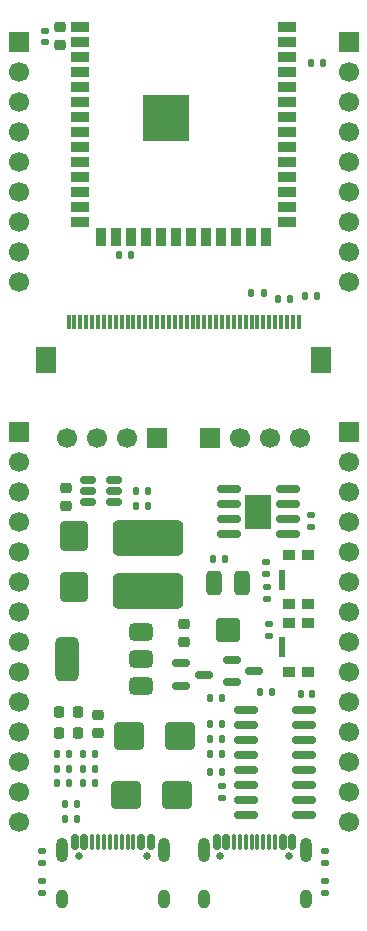
<source format=gbr>
%TF.GenerationSoftware,KiCad,Pcbnew,9.0.6*%
%TF.CreationDate,2025-12-29T11:34:57+00:00*%
%TF.ProjectId,ESP32 S3,45535033-3220-4533-932e-6b696361645f,rev?*%
%TF.SameCoordinates,Original*%
%TF.FileFunction,Soldermask,Top*%
%TF.FilePolarity,Negative*%
%FSLAX46Y46*%
G04 Gerber Fmt 4.6, Leading zero omitted, Abs format (unit mm)*
G04 Created by KiCad (PCBNEW 9.0.6) date 2025-12-29 11:34:57*
%MOMM*%
%LPD*%
G01*
G04 APERTURE LIST*
G04 Aperture macros list*
%AMRoundRect*
0 Rectangle with rounded corners*
0 $1 Rounding radius*
0 $2 $3 $4 $5 $6 $7 $8 $9 X,Y pos of 4 corners*
0 Add a 4 corners polygon primitive as box body*
4,1,4,$2,$3,$4,$5,$6,$7,$8,$9,$2,$3,0*
0 Add four circle primitives for the rounded corners*
1,1,$1+$1,$2,$3*
1,1,$1+$1,$4,$5*
1,1,$1+$1,$6,$7*
1,1,$1+$1,$8,$9*
0 Add four rect primitives between the rounded corners*
20,1,$1+$1,$2,$3,$4,$5,0*
20,1,$1+$1,$4,$5,$6,$7,0*
20,1,$1+$1,$6,$7,$8,$9,0*
20,1,$1+$1,$8,$9,$2,$3,0*%
G04 Aperture macros list end*
%ADD10RoundRect,0.150000X-0.825000X-0.150000X0.825000X-0.150000X0.825000X0.150000X-0.825000X0.150000X0*%
%ADD11RoundRect,0.250000X1.000000X0.900000X-1.000000X0.900000X-1.000000X-0.900000X1.000000X-0.900000X0*%
%ADD12RoundRect,0.150000X-0.587500X-0.150000X0.587500X-0.150000X0.587500X0.150000X-0.587500X0.150000X0*%
%ADD13C,0.650000*%
%ADD14RoundRect,0.150000X-0.150000X-0.500000X0.150000X-0.500000X0.150000X0.500000X-0.150000X0.500000X0*%
%ADD15RoundRect,0.075000X-0.075000X-0.575000X0.075000X-0.575000X0.075000X0.575000X-0.075000X0.575000X0*%
%ADD16O,1.000000X2.100000*%
%ADD17O,1.000000X1.600000*%
%ADD18RoundRect,0.135000X0.135000X0.185000X-0.135000X0.185000X-0.135000X-0.185000X0.135000X-0.185000X0*%
%ADD19RoundRect,0.135000X-0.185000X0.135000X-0.185000X-0.135000X0.185000X-0.135000X0.185000X0.135000X0*%
%ADD20RoundRect,0.135000X-0.135000X-0.185000X0.135000X-0.185000X0.135000X0.185000X-0.135000X0.185000X0*%
%ADD21RoundRect,0.140000X0.170000X-0.140000X0.170000X0.140000X-0.170000X0.140000X-0.170000X-0.140000X0*%
%ADD22RoundRect,0.140000X-0.170000X0.140000X-0.170000X-0.140000X0.170000X-0.140000X0.170000X0.140000X0*%
%ADD23RoundRect,0.225000X0.250000X-0.225000X0.250000X0.225000X-0.250000X0.225000X-0.250000X-0.225000X0*%
%ADD24RoundRect,0.140000X0.140000X0.170000X-0.140000X0.170000X-0.140000X-0.170000X0.140000X-0.170000X0*%
%ADD25RoundRect,0.135000X0.185000X-0.135000X0.185000X0.135000X-0.185000X0.135000X-0.185000X-0.135000X0*%
%ADD26RoundRect,0.250000X-0.400000X-0.750000X0.400000X-0.750000X0.400000X0.750000X-0.400000X0.750000X0*%
%ADD27RoundRect,0.250000X-0.750000X-0.750000X0.750000X-0.750000X0.750000X0.750000X-0.750000X0.750000X0*%
%ADD28RoundRect,0.150000X-0.512500X-0.150000X0.512500X-0.150000X0.512500X0.150000X-0.512500X0.150000X0*%
%ADD29RoundRect,0.375000X0.625000X0.375000X-0.625000X0.375000X-0.625000X-0.375000X0.625000X-0.375000X0*%
%ADD30RoundRect,0.500000X0.500000X1.400000X-0.500000X1.400000X-0.500000X-1.400000X0.500000X-1.400000X0*%
%ADD31R,1.500000X0.900000*%
%ADD32R,0.900000X1.500000*%
%ADD33C,0.600000*%
%ADD34R,3.900000X3.900000*%
%ADD35RoundRect,0.250000X-0.900000X1.000000X-0.900000X-1.000000X0.900000X-1.000000X0.900000X1.000000X0*%
%ADD36RoundRect,0.225000X-0.250000X0.225000X-0.250000X-0.225000X0.250000X-0.225000X0.250000X0.225000X0*%
%ADD37RoundRect,0.450000X2.550000X-1.050000X2.550000X1.050000X-2.550000X1.050000X-2.550000X-1.050000X0*%
%ADD38RoundRect,0.225000X0.225000X0.250000X-0.225000X0.250000X-0.225000X-0.250000X0.225000X-0.250000X0*%
%ADD39RoundRect,0.147500X0.147500X0.172500X-0.147500X0.172500X-0.147500X-0.172500X0.147500X-0.172500X0*%
%ADD40R,1.000000X0.900000*%
%ADD41R,0.550000X1.700000*%
%ADD42R,0.300000X1.300000*%
%ADD43R,1.800000X2.200000*%
%ADD44RoundRect,0.250000X-1.000000X-0.900000X1.000000X-0.900000X1.000000X0.900000X-1.000000X0.900000X0*%
%ADD45R,2.290000X3.000000*%
%ADD46R,1.700000X1.700000*%
%ADD47C,1.700000*%
G04 APERTURE END LIST*
D10*
%TO.C,U5*%
X125275000Y-152555000D03*
X125275000Y-153825000D03*
X125275000Y-155095000D03*
X125275000Y-156365000D03*
X125275000Y-157635000D03*
X125275000Y-158905000D03*
X125275000Y-160175000D03*
X125275000Y-161445000D03*
X130225000Y-161445000D03*
X130225000Y-160175000D03*
X130225000Y-158905000D03*
X130225000Y-157635000D03*
X130225000Y-156365000D03*
X130225000Y-155095000D03*
X130225000Y-153825000D03*
X130225000Y-152555000D03*
%TD*%
D11*
%TO.C,D6*%
X119400000Y-159750000D03*
X115100000Y-159750000D03*
%TD*%
D12*
%TO.C,Q2*%
X119812500Y-148600000D03*
X119812500Y-150500000D03*
X121687500Y-149550000D03*
%TD*%
D13*
%TO.C,J1*%
X111110000Y-164895000D03*
X116890000Y-164895000D03*
D14*
X110800000Y-163755000D03*
X111600000Y-163755000D03*
D15*
X112750000Y-163755000D03*
X113750000Y-163755000D03*
X114250000Y-163755000D03*
X115250000Y-163755000D03*
D14*
X116400000Y-163755000D03*
X117200000Y-163755000D03*
X117200000Y-163755000D03*
X116400000Y-163755000D03*
D15*
X115750000Y-163755000D03*
X114750000Y-163755000D03*
X113250000Y-163755000D03*
X112250000Y-163755000D03*
D14*
X111600000Y-163755000D03*
X110800000Y-163755000D03*
D16*
X109680000Y-164395000D03*
D17*
X109680000Y-168575000D03*
D16*
X118320000Y-164395000D03*
D17*
X118320000Y-168575000D03*
%TD*%
D18*
%TO.C,R7*%
X115510000Y-114000000D03*
X114490000Y-114000000D03*
%TD*%
D19*
%TO.C,R22*%
X132000000Y-164490000D03*
X132000000Y-165510000D03*
%TD*%
D18*
%TO.C,R27*%
X131760000Y-97750000D03*
X130740000Y-97750000D03*
%TD*%
D20*
%TO.C,R6*%
X109240000Y-157500000D03*
X110260000Y-157500000D03*
%TD*%
D21*
%TO.C,C10*%
X126950000Y-141000000D03*
X126950000Y-140040000D03*
%TD*%
D22*
%TO.C,C1*%
X108250000Y-95040000D03*
X108250000Y-96000000D03*
%TD*%
D23*
%TO.C,C3*%
X112750000Y-154525000D03*
X112750000Y-152975000D03*
%TD*%
D18*
%TO.C,R26*%
X127510000Y-151000000D03*
X126490000Y-151000000D03*
%TD*%
D24*
%TO.C,C7*%
X123230000Y-156250000D03*
X122270000Y-156250000D03*
%TD*%
D19*
%TO.C,R1*%
X108000000Y-164490000D03*
X108000000Y-165510000D03*
%TD*%
D25*
%TO.C,R12*%
X130750000Y-137010000D03*
X130750000Y-135990000D03*
%TD*%
D18*
%TO.C,R4*%
X111010000Y-161750000D03*
X109990000Y-161750000D03*
%TD*%
%TO.C,R10*%
X117010000Y-135250000D03*
X115990000Y-135250000D03*
%TD*%
%TO.C,R23*%
X123260000Y-155000000D03*
X122240000Y-155000000D03*
%TD*%
D26*
%TO.C,RV1*%
X124900000Y-141750000D03*
D27*
X123750000Y-145750000D03*
D26*
X122600000Y-141750000D03*
%TD*%
D24*
%TO.C,C8*%
X130880000Y-151200000D03*
X129920000Y-151200000D03*
%TD*%
D28*
%TO.C,U3*%
X111862500Y-133050000D03*
X111862500Y-134000000D03*
X111862500Y-134950000D03*
X114137500Y-134950000D03*
X114137500Y-134000000D03*
X114137500Y-133050000D03*
%TD*%
D25*
%TO.C,R8*%
X127050000Y-143110000D03*
X127050000Y-142090000D03*
%TD*%
D29*
%TO.C,U6*%
X116400000Y-150550000D03*
X116400000Y-148250000D03*
D30*
X110100000Y-148250000D03*
D29*
X116400000Y-145950000D03*
%TD*%
D18*
%TO.C,R24*%
X123260000Y-153750000D03*
X122240000Y-153750000D03*
%TD*%
%TO.C,R18*%
X126760000Y-117250000D03*
X125740000Y-117250000D03*
%TD*%
D31*
%TO.C,U1*%
X111250000Y-94740000D03*
X111250000Y-96010000D03*
X111250000Y-97280000D03*
X111250000Y-98550000D03*
X111250000Y-99820000D03*
X111250000Y-101090000D03*
X111250000Y-102360000D03*
X111250000Y-103630000D03*
X111250000Y-104900000D03*
X111250000Y-106170000D03*
X111250000Y-107440000D03*
X111250000Y-108710000D03*
X111250000Y-109980000D03*
X111250000Y-111250000D03*
D32*
X113015000Y-112500000D03*
X114285000Y-112500000D03*
X115555000Y-112500000D03*
X116825000Y-112500000D03*
X118095000Y-112500000D03*
X119365000Y-112500000D03*
X120635000Y-112500000D03*
X121905000Y-112500000D03*
X123175000Y-112500000D03*
X124445000Y-112500000D03*
X125715000Y-112500000D03*
X126985000Y-112500000D03*
D31*
X128750000Y-111250000D03*
X128750000Y-109980000D03*
X128750000Y-108710000D03*
X128750000Y-107440000D03*
X128750000Y-106170000D03*
X128750000Y-104900000D03*
X128750000Y-103630000D03*
X128750000Y-102360000D03*
X128750000Y-101090000D03*
X128750000Y-99820000D03*
X128750000Y-98550000D03*
X128750000Y-97280000D03*
X128750000Y-96010000D03*
X128750000Y-94740000D03*
D33*
X117100000Y-101760000D03*
X117100000Y-103160000D03*
X117800000Y-101060000D03*
X117800000Y-102460000D03*
X117800000Y-103860000D03*
X118500000Y-101760000D03*
D34*
X118500000Y-102460000D03*
D33*
X118500000Y-103160000D03*
X119200000Y-101060000D03*
X119200000Y-102460000D03*
X119200000Y-103860000D03*
X119900000Y-101760000D03*
X119900000Y-103160000D03*
%TD*%
D18*
%TO.C,R25*%
X123260000Y-151500000D03*
X122240000Y-151500000D03*
%TD*%
D20*
%TO.C,R11*%
X115990000Y-134000000D03*
X117010000Y-134000000D03*
%TD*%
D13*
%TO.C,J6*%
X123110000Y-164895000D03*
X128890000Y-164895000D03*
D14*
X122800000Y-163755000D03*
X123600000Y-163755000D03*
D15*
X124750000Y-163755000D03*
X125750000Y-163755000D03*
X126250000Y-163755000D03*
X127250000Y-163755000D03*
D14*
X128400000Y-163755000D03*
X129200000Y-163755000D03*
X129200000Y-163755000D03*
X128400000Y-163755000D03*
D15*
X127750000Y-163755000D03*
X126750000Y-163755000D03*
X125250000Y-163755000D03*
X124250000Y-163755000D03*
D14*
X123600000Y-163755000D03*
X122800000Y-163755000D03*
D16*
X121680000Y-164395000D03*
D17*
X121680000Y-168575000D03*
D16*
X130320000Y-164395000D03*
D17*
X130320000Y-168575000D03*
%TD*%
D12*
%TO.C,Q1*%
X124062500Y-148300000D03*
X124062500Y-150200000D03*
X125937500Y-149250000D03*
%TD*%
D35*
%TO.C,D4*%
X110750000Y-137850000D03*
X110750000Y-142150000D03*
%TD*%
D20*
%TO.C,R20*%
X122240000Y-157750000D03*
X123260000Y-157750000D03*
%TD*%
%TO.C,R5*%
X109240000Y-158750000D03*
X110260000Y-158750000D03*
%TD*%
D36*
%TO.C,C5*%
X110000000Y-133725000D03*
X110000000Y-135275000D03*
%TD*%
D19*
%TO.C,R2*%
X108000000Y-166990000D03*
X108000000Y-168010000D03*
%TD*%
D37*
%TO.C,L1*%
X117000000Y-142500000D03*
X117000000Y-138000000D03*
%TD*%
D38*
%TO.C,C4*%
X111025000Y-152750000D03*
X109475000Y-152750000D03*
%TD*%
D39*
%TO.C,D2*%
X112485000Y-157500000D03*
X111515000Y-157500000D03*
%TD*%
%TO.C,D1*%
X112485000Y-158750000D03*
X111515000Y-158750000D03*
%TD*%
D38*
%TO.C,C9*%
X111025000Y-154500000D03*
X109475000Y-154500000D03*
%TD*%
D19*
%TO.C,R9*%
X127250000Y-145240000D03*
X127250000Y-146260000D03*
%TD*%
D39*
%TO.C,D3*%
X112485000Y-156250000D03*
X111515000Y-156250000D03*
%TD*%
D20*
%TO.C,R15*%
X127990000Y-117750000D03*
X129010000Y-117750000D03*
%TD*%
%TO.C,R14*%
X109240000Y-156250000D03*
X110260000Y-156250000D03*
%TD*%
D25*
%TO.C,R19*%
X123250000Y-160010000D03*
X123250000Y-158990000D03*
%TD*%
D40*
%TO.C,SW1*%
X128950000Y-143550000D03*
X128950000Y-139450000D03*
X130550000Y-143550000D03*
X130550000Y-139450000D03*
D41*
X128325000Y-141500000D03*
%TD*%
D42*
%TO.C,J2*%
X110250000Y-119650000D03*
X110750000Y-119650000D03*
X111250000Y-119650000D03*
X111750000Y-119650000D03*
X112250000Y-119650000D03*
X112750000Y-119650000D03*
X113250000Y-119650000D03*
X113750000Y-119650000D03*
X114250000Y-119650000D03*
X114750000Y-119650000D03*
X115250000Y-119650000D03*
X115750000Y-119650000D03*
X116250000Y-119650000D03*
X116750000Y-119650000D03*
X117250000Y-119650000D03*
X117750000Y-119650000D03*
X118250000Y-119650000D03*
X118750000Y-119650000D03*
X119250000Y-119650000D03*
X119750000Y-119650000D03*
X120250000Y-119650000D03*
X120750000Y-119650000D03*
X121250000Y-119650000D03*
X121750000Y-119650000D03*
X122250000Y-119650000D03*
X122750000Y-119650000D03*
X123250000Y-119650000D03*
X123750000Y-119650000D03*
X124250000Y-119650000D03*
X124750000Y-119650000D03*
X125250000Y-119650000D03*
X125750000Y-119650000D03*
X126250000Y-119650000D03*
X126750000Y-119650000D03*
X127250000Y-119650000D03*
X127750000Y-119650000D03*
X128250000Y-119650000D03*
X128750000Y-119650000D03*
X129250000Y-119650000D03*
X129750000Y-119650000D03*
D43*
X108350000Y-122900000D03*
X131650000Y-122900000D03*
%TD*%
D19*
%TO.C,R21*%
X132000000Y-166990000D03*
X132000000Y-168010000D03*
%TD*%
D23*
%TO.C,C6*%
X120000000Y-146775000D03*
X120000000Y-145225000D03*
%TD*%
D18*
%TO.C,R3*%
X111010000Y-160500000D03*
X109990000Y-160500000D03*
%TD*%
D36*
%TO.C,C2*%
X109500000Y-94725000D03*
X109500000Y-96275000D03*
%TD*%
D40*
%TO.C,SW2*%
X128950000Y-149300000D03*
X128950000Y-145200000D03*
X130550000Y-149300000D03*
X130550000Y-145200000D03*
D41*
X128325000Y-147250000D03*
%TD*%
D44*
%TO.C,D5*%
X115350000Y-154750000D03*
X119650000Y-154750000D03*
%TD*%
D10*
%TO.C,U4*%
X123845000Y-133845000D03*
X123845000Y-135115000D03*
X123845000Y-136385000D03*
X123845000Y-137655000D03*
X128795000Y-137655000D03*
X128795000Y-136385000D03*
X128795000Y-135115000D03*
X128795000Y-133845000D03*
D45*
X126320000Y-135750000D03*
%TD*%
D20*
%TO.C,R13*%
X122490000Y-139750000D03*
X123510000Y-139750000D03*
%TD*%
%TO.C,R17*%
X130240000Y-117500000D03*
X131260000Y-117500000D03*
%TD*%
D46*
%TO.C,J11*%
X133960000Y-129020000D03*
D47*
X133960000Y-131560000D03*
X133960000Y-134100000D03*
X133960000Y-136640000D03*
X133960000Y-139180000D03*
X133960000Y-141720000D03*
X133960000Y-144260000D03*
X133960000Y-146800000D03*
X133960000Y-149340000D03*
X133960000Y-151880000D03*
X133960000Y-154420000D03*
X133960000Y-156960000D03*
X133960000Y-159500000D03*
X133960000Y-162040000D03*
%TD*%
D46*
%TO.C,J10*%
X106040000Y-129020000D03*
D47*
X106040000Y-131560000D03*
X106040000Y-134100000D03*
X106040000Y-136640000D03*
X106040000Y-139180000D03*
X106040000Y-141720000D03*
X106040000Y-144260000D03*
X106040000Y-146800000D03*
X106040000Y-149340000D03*
X106040000Y-151880000D03*
X106040000Y-154420000D03*
X106040000Y-156960000D03*
X106040000Y-159500000D03*
X106040000Y-162040000D03*
%TD*%
D46*
%TO.C,J5*%
X117750000Y-129500000D03*
D47*
X115210000Y-129500000D03*
X112670000Y-129500000D03*
X110130000Y-129500000D03*
%TD*%
D46*
%TO.C,J7*%
X122190000Y-129500000D03*
D47*
X124730000Y-129500000D03*
X127270000Y-129500000D03*
X129810000Y-129500000D03*
%TD*%
D46*
%TO.C,J8*%
X106040000Y-96000000D03*
D47*
X106040000Y-98540000D03*
X106040000Y-101080000D03*
X106040000Y-103620000D03*
X106040000Y-106160000D03*
X106040000Y-108700000D03*
X106040000Y-111240000D03*
X106040000Y-113780000D03*
X106040000Y-116320000D03*
%TD*%
D46*
%TO.C,J9*%
X133960000Y-96000000D03*
D47*
X133960000Y-98540000D03*
X133960000Y-101080000D03*
X133960000Y-103620000D03*
X133960000Y-106160000D03*
X133960000Y-108700000D03*
X133960000Y-111240000D03*
X133960000Y-113780000D03*
X133960000Y-116320000D03*
%TD*%
M02*

</source>
